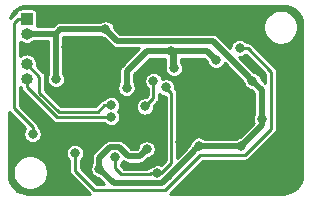
<source format=gbr>
G04 #@! TF.GenerationSoftware,KiCad,Pcbnew,(5.1.4)-1*
G04 #@! TF.CreationDate,2020-11-12T16:18:46-05:00*
G04 #@! TF.ProjectId,UniAmp,556e6941-6d70-42e6-9b69-6361645f7063,rev?*
G04 #@! TF.SameCoordinates,Original*
G04 #@! TF.FileFunction,Copper,L2,Bot*
G04 #@! TF.FilePolarity,Positive*
%FSLAX46Y46*%
G04 Gerber Fmt 4.6, Leading zero omitted, Abs format (unit mm)*
G04 Created by KiCad (PCBNEW (5.1.4)-1) date 2020-11-12 16:18:46*
%MOMM*%
%LPD*%
G04 APERTURE LIST*
%ADD10R,1.000000X1.000000*%
%ADD11O,1.000000X1.000000*%
%ADD12C,0.800000*%
%ADD13C,0.250000*%
%ADD14C,0.500000*%
%ADD15C,0.254000*%
G04 APERTURE END LIST*
D10*
X111430000Y-70320000D03*
D11*
X111430000Y-71590000D03*
X111430000Y-72860000D03*
X111430000Y-74130000D03*
X111430000Y-75400000D03*
D12*
X127691693Y-71273180D03*
X130070000Y-73810000D03*
X132840000Y-80350000D03*
X120440000Y-81100000D03*
X122970000Y-81935000D03*
X116510000Y-83090000D03*
X118270000Y-76400000D03*
X124000000Y-71100000D03*
X119804837Y-82774473D03*
X118960000Y-73730000D03*
X113660000Y-69820000D03*
X127050000Y-77550000D03*
X114790000Y-72680000D03*
X130760000Y-72180000D03*
X126440000Y-84160000D03*
X133240000Y-84610000D03*
X124420001Y-80740000D03*
X129590000Y-81080000D03*
X131345433Y-78796285D03*
X130550000Y-75575000D03*
X126010000Y-81060000D03*
X121590000Y-81370000D03*
X117590000Y-83010000D03*
X113910000Y-75410000D03*
X118100000Y-71210000D03*
X127472631Y-73792631D03*
X123900000Y-74505000D03*
X123650000Y-73055000D03*
X119890000Y-76150000D03*
X111940000Y-80070000D03*
X118590166Y-77638678D03*
X118600000Y-78640000D03*
X118890000Y-82030000D03*
X123240000Y-76130000D03*
X122505892Y-83394736D03*
X115510000Y-81670000D03*
X129465000Y-72800000D03*
X122170000Y-75580000D03*
X121436783Y-77733217D03*
D13*
X122130527Y-82774473D02*
X122970000Y-81935000D01*
X119804837Y-82774473D02*
X122130527Y-82774473D01*
X122970000Y-81369315D02*
X121490685Y-79890000D01*
X122970000Y-81935000D02*
X122970000Y-81369315D01*
X116510000Y-81470000D02*
X116510000Y-83090000D01*
X118090000Y-79890000D02*
X116510000Y-81470000D01*
X118835685Y-76400000D02*
X119460000Y-77024315D01*
X118270000Y-76400000D02*
X118835685Y-76400000D01*
X119460000Y-79780000D02*
X119350000Y-79890000D01*
X121490685Y-79890000D02*
X119350000Y-79890000D01*
X119350000Y-79890000D02*
X118090000Y-79890000D01*
X118270000Y-74420000D02*
X118960000Y-73730000D01*
X118270000Y-76400000D02*
X118270000Y-74420000D01*
X127518513Y-71100000D02*
X127691693Y-71273180D01*
X124000000Y-71100000D02*
X127518513Y-71100000D01*
X127691693Y-71273180D02*
X129853180Y-71273180D01*
X129853180Y-71273180D02*
X130760000Y-72180000D01*
X132840000Y-74260000D02*
X132840000Y-80350000D01*
X130760000Y-72180000D02*
X132840000Y-74260000D01*
X132840000Y-80350000D02*
X132840000Y-80915685D01*
X132840000Y-80915685D02*
X132565009Y-81190676D01*
X132565009Y-83935009D02*
X132565009Y-81835009D01*
X133240000Y-84610000D02*
X132565009Y-83935009D01*
X132565009Y-81190676D02*
X132565009Y-81835009D01*
X132790000Y-84160000D02*
X133240000Y-84610000D01*
X126440000Y-84160000D02*
X132790000Y-84160000D01*
X122720000Y-69820000D02*
X113660000Y-69820000D01*
X124000000Y-71100000D02*
X122720000Y-69820000D01*
X115840000Y-73730000D02*
X118960000Y-73730000D01*
X114790000Y-72680000D02*
X115840000Y-73730000D01*
X119460000Y-80140000D02*
X119460000Y-79780000D01*
X120440000Y-81120000D02*
X119460000Y-80140000D01*
X120088687Y-77024315D02*
X119460000Y-77024315D01*
X127050000Y-77550000D02*
X125733002Y-77550000D01*
X125733002Y-77550000D02*
X123038001Y-74854999D01*
X123038001Y-74854999D02*
X121821999Y-74854999D01*
X121821999Y-74854999D02*
X121150000Y-75526998D01*
X121150000Y-75526998D02*
X121150000Y-75963002D01*
X121150000Y-75963002D02*
X120088687Y-77024315D01*
X117590000Y-83010000D02*
X117590000Y-82256998D01*
X113910000Y-74844315D02*
X113910000Y-71590000D01*
X113910000Y-75410000D02*
X113910000Y-74844315D01*
D14*
X130150001Y-75175001D02*
X130550000Y-75575000D01*
X127179999Y-72204999D02*
X130150001Y-75175001D01*
X126030000Y-81080000D02*
X126010000Y-81060000D01*
X129590000Y-81080000D02*
X126030000Y-81080000D01*
X113910000Y-71630000D02*
X113950000Y-71590000D01*
X113910000Y-75410000D02*
X113910000Y-71630000D01*
D13*
X113910000Y-71590000D02*
X113950000Y-71590000D01*
D14*
X121009999Y-81950001D02*
X121590000Y-81370000D01*
X120031999Y-81950001D02*
X121009999Y-81950001D01*
X119261997Y-81179999D02*
X120031999Y-81950001D01*
X118481999Y-81179999D02*
X119261997Y-81179999D01*
X117590000Y-82071998D02*
X118481999Y-81179999D01*
X117590000Y-83010000D02*
X117590000Y-82071998D01*
X131345433Y-79324567D02*
X129590000Y-81080000D01*
X131345433Y-78796285D02*
X131345433Y-79324567D01*
X131345433Y-76370433D02*
X130550000Y-75575000D01*
X131345433Y-78796285D02*
X131345433Y-76370433D01*
X119094999Y-72204999D02*
X118100000Y-71210000D01*
X121245001Y-72204999D02*
X119094999Y-72204999D01*
X121245001Y-72204999D02*
X127179999Y-72204999D01*
X111430000Y-71590000D02*
X113910000Y-71590000D01*
X114290000Y-71210000D02*
X118100000Y-71210000D01*
X113910000Y-71590000D02*
X114290000Y-71210000D01*
X122913893Y-84244737D02*
X123549315Y-83609315D01*
X118824737Y-84244737D02*
X117590000Y-83010000D01*
X122913893Y-84244737D02*
X118824737Y-84244737D01*
X125610001Y-81548629D02*
X122913893Y-84244737D01*
X125610001Y-81459999D02*
X125610001Y-81548629D01*
X126010000Y-81060000D02*
X125610001Y-81459999D01*
D13*
X123650000Y-74255000D02*
X123900000Y-74505000D01*
X123650000Y-73055000D02*
X123650000Y-73700000D01*
X123650000Y-73700000D02*
X123650000Y-74255000D01*
D14*
X119890000Y-76150000D02*
X119890000Y-74760000D01*
X121595000Y-73055000D02*
X123650000Y-73055000D01*
X119890000Y-74760000D02*
X121595000Y-73055000D01*
X123900000Y-73305000D02*
X123650000Y-73055000D01*
X123900000Y-74505000D02*
X123900000Y-73305000D01*
X126735000Y-73055000D02*
X127472631Y-73792631D01*
X123650000Y-73055000D02*
X126735000Y-73055000D01*
D13*
X111940000Y-80070000D02*
X111940000Y-79504315D01*
X110680000Y-70320000D02*
X110340000Y-70660000D01*
X111430000Y-70320000D02*
X110680000Y-70320000D01*
X110340000Y-77904314D02*
X110592843Y-78157157D01*
X110340000Y-70660000D02*
X110340000Y-77904314D01*
X111940000Y-79504315D02*
X110592843Y-78157157D01*
X118024481Y-77638678D02*
X117453169Y-78209990D01*
X118590166Y-77638678D02*
X118024481Y-77638678D01*
X117453169Y-78209990D02*
X114169294Y-78209990D01*
X114169294Y-78209990D02*
X112520000Y-76560696D01*
X112520000Y-75220000D02*
X111430000Y-74130000D01*
X112520000Y-76560696D02*
X112520000Y-75220000D01*
X111430000Y-76107106D02*
X113982894Y-78660000D01*
X111430000Y-75400000D02*
X111430000Y-76107106D01*
X113982894Y-78660000D02*
X118580000Y-78660000D01*
X118580000Y-78660000D02*
X118600000Y-78640000D01*
X118890000Y-82030000D02*
X118890000Y-82932638D01*
X123227347Y-76152653D02*
X123397347Y-76322653D01*
X123397347Y-76322653D02*
X123695001Y-76620307D01*
X121940207Y-83394736D02*
X122505892Y-83394736D01*
X121835469Y-83499474D02*
X121940207Y-83394736D01*
X119456836Y-83499474D02*
X121835469Y-83499474D01*
X118890000Y-82932638D02*
X119456836Y-83499474D01*
X122505892Y-83394736D02*
X122805264Y-83394736D01*
X123695001Y-82504999D02*
X123695001Y-81585001D01*
X122805264Y-83394736D02*
X123695001Y-82504999D01*
X123695001Y-76620307D02*
X123695001Y-81585001D01*
X130133002Y-72800000D02*
X132114999Y-74781997D01*
X129465000Y-72800000D02*
X130133002Y-72800000D01*
X132114999Y-74781997D02*
X132114999Y-79625001D01*
X132114999Y-79625001D02*
X129900000Y-81840000D01*
X129900000Y-81840000D02*
X126432094Y-81840000D01*
X126131816Y-81840000D02*
X123152069Y-84819747D01*
X126432094Y-81840000D02*
X126131816Y-81840000D01*
X115510000Y-83163002D02*
X115510000Y-83060000D01*
X117166745Y-84819747D02*
X115510000Y-83163002D01*
X123152069Y-84819747D02*
X117166745Y-84819747D01*
X115510000Y-83060000D02*
X115510000Y-81670000D01*
X122170000Y-75580000D02*
X122170000Y-77000000D01*
X122170000Y-77000000D02*
X121436783Y-77733217D01*
D15*
G36*
X117731952Y-71898569D02*
G01*
X117873357Y-71957141D01*
X117982049Y-71978761D01*
X118629865Y-72626577D01*
X118649498Y-72650500D01*
X118744971Y-72728852D01*
X118853896Y-72787074D01*
X118972086Y-72822926D01*
X119094998Y-72835032D01*
X119125792Y-72831999D01*
X120931289Y-72831999D01*
X119468422Y-74294866D01*
X119444500Y-74314499D01*
X119366148Y-74409972D01*
X119335539Y-74467237D01*
X119307926Y-74518897D01*
X119272073Y-74637088D01*
X119259967Y-74760000D01*
X119263001Y-74790804D01*
X119263000Y-75689807D01*
X119201431Y-75781952D01*
X119142859Y-75923357D01*
X119113000Y-76073472D01*
X119113000Y-76226528D01*
X119142859Y-76376643D01*
X119201431Y-76518048D01*
X119286464Y-76645309D01*
X119394691Y-76753536D01*
X119521952Y-76838569D01*
X119663357Y-76897141D01*
X119813472Y-76927000D01*
X119966528Y-76927000D01*
X120116643Y-76897141D01*
X120258048Y-76838569D01*
X120385309Y-76753536D01*
X120493536Y-76645309D01*
X120578569Y-76518048D01*
X120637141Y-76376643D01*
X120667000Y-76226528D01*
X120667000Y-76073472D01*
X120637141Y-75923357D01*
X120578569Y-75781952D01*
X120517000Y-75689807D01*
X120517000Y-75019711D01*
X121854712Y-73682000D01*
X123148000Y-73682000D01*
X123148001Y-74230348D01*
X123145573Y-74255000D01*
X123149524Y-74295121D01*
X123123000Y-74428472D01*
X123123000Y-74581528D01*
X123152859Y-74731643D01*
X123211431Y-74873048D01*
X123296464Y-75000309D01*
X123404691Y-75108536D01*
X123531952Y-75193569D01*
X123673357Y-75252141D01*
X123823472Y-75282000D01*
X123976528Y-75282000D01*
X124126643Y-75252141D01*
X124268048Y-75193569D01*
X124395309Y-75108536D01*
X124503536Y-75000309D01*
X124588569Y-74873048D01*
X124647141Y-74731643D01*
X124677000Y-74581528D01*
X124677000Y-74428472D01*
X124647141Y-74278357D01*
X124588569Y-74136952D01*
X124527000Y-74044807D01*
X124527000Y-73682000D01*
X126475289Y-73682000D01*
X126703870Y-73910582D01*
X126725490Y-74019274D01*
X126784062Y-74160679D01*
X126869095Y-74287940D01*
X126977322Y-74396167D01*
X127104583Y-74481200D01*
X127245988Y-74539772D01*
X127396103Y-74569631D01*
X127549159Y-74569631D01*
X127699274Y-74539772D01*
X127840679Y-74481200D01*
X127967940Y-74396167D01*
X128076167Y-74287940D01*
X128161200Y-74160679D01*
X128186907Y-74098618D01*
X129728419Y-75640131D01*
X129728425Y-75640136D01*
X129781239Y-75692950D01*
X129802859Y-75801643D01*
X129861431Y-75943048D01*
X129946464Y-76070309D01*
X130054691Y-76178536D01*
X130181952Y-76263569D01*
X130323357Y-76322141D01*
X130432049Y-76343761D01*
X130718434Y-76630146D01*
X130718433Y-78336092D01*
X130656864Y-78428237D01*
X130598292Y-78569642D01*
X130568433Y-78719757D01*
X130568433Y-78872813D01*
X130598292Y-79022928D01*
X130645761Y-79137527D01*
X129472050Y-80311239D01*
X129363357Y-80332859D01*
X129221952Y-80391431D01*
X129129807Y-80453000D01*
X126500125Y-80453000D01*
X126378048Y-80371431D01*
X126236643Y-80312859D01*
X126086528Y-80283000D01*
X125933472Y-80283000D01*
X125783357Y-80312859D01*
X125641952Y-80371431D01*
X125514691Y-80456464D01*
X125406464Y-80564691D01*
X125321431Y-80691952D01*
X125262859Y-80833357D01*
X125241239Y-80942050D01*
X125188428Y-80994861D01*
X125164500Y-81014498D01*
X125086148Y-81109972D01*
X125027926Y-81218897D01*
X125016999Y-81254919D01*
X124197001Y-82074917D01*
X124197001Y-76644949D01*
X124199428Y-76620306D01*
X124197001Y-76595663D01*
X124197001Y-76595654D01*
X124189737Y-76521898D01*
X124161032Y-76427271D01*
X124114418Y-76340062D01*
X124051685Y-76263623D01*
X124032533Y-76247905D01*
X124012712Y-76228084D01*
X124017000Y-76206528D01*
X124017000Y-76053472D01*
X123987141Y-75903357D01*
X123928569Y-75761952D01*
X123843536Y-75634691D01*
X123735309Y-75526464D01*
X123608048Y-75441431D01*
X123466643Y-75382859D01*
X123316528Y-75353000D01*
X123163472Y-75353000D01*
X123013357Y-75382859D01*
X122929886Y-75417434D01*
X122917141Y-75353357D01*
X122858569Y-75211952D01*
X122773536Y-75084691D01*
X122665309Y-74976464D01*
X122538048Y-74891431D01*
X122396643Y-74832859D01*
X122246528Y-74803000D01*
X122093472Y-74803000D01*
X121943357Y-74832859D01*
X121801952Y-74891431D01*
X121674691Y-74976464D01*
X121566464Y-75084691D01*
X121481431Y-75211952D01*
X121422859Y-75353357D01*
X121393000Y-75503472D01*
X121393000Y-75656528D01*
X121422859Y-75806643D01*
X121481431Y-75948048D01*
X121566464Y-76075309D01*
X121668000Y-76176845D01*
X121668001Y-76792064D01*
X121503848Y-76956217D01*
X121360255Y-76956217D01*
X121210140Y-76986076D01*
X121068735Y-77044648D01*
X120941474Y-77129681D01*
X120833247Y-77237908D01*
X120748214Y-77365169D01*
X120689642Y-77506574D01*
X120659783Y-77656689D01*
X120659783Y-77809745D01*
X120689642Y-77959860D01*
X120748214Y-78101265D01*
X120833247Y-78228526D01*
X120941474Y-78336753D01*
X121068735Y-78421786D01*
X121210140Y-78480358D01*
X121360255Y-78510217D01*
X121513311Y-78510217D01*
X121663426Y-78480358D01*
X121804831Y-78421786D01*
X121932092Y-78336753D01*
X122040319Y-78228526D01*
X122125352Y-78101265D01*
X122183924Y-77959860D01*
X122213783Y-77809745D01*
X122213783Y-77666152D01*
X122507538Y-77372397D01*
X122526684Y-77356684D01*
X122589417Y-77280245D01*
X122636031Y-77193036D01*
X122664736Y-77098409D01*
X122672000Y-77024653D01*
X122672000Y-77024644D01*
X122674427Y-77000001D01*
X122672000Y-76975358D01*
X122672000Y-76660845D01*
X122744691Y-76733536D01*
X122871952Y-76818569D01*
X123013357Y-76877141D01*
X123163472Y-76907000D01*
X123193001Y-76907000D01*
X123193002Y-81560348D01*
X123193001Y-82297064D01*
X122810271Y-82679794D01*
X122732535Y-82647595D01*
X122582420Y-82617736D01*
X122429364Y-82617736D01*
X122279249Y-82647595D01*
X122137844Y-82706167D01*
X122010583Y-82791200D01*
X121908336Y-82893447D01*
X121841798Y-82900000D01*
X121747171Y-82928705D01*
X121659962Y-82975319D01*
X121632967Y-82997474D01*
X119664771Y-82997474D01*
X119392000Y-82724704D01*
X119392000Y-82626845D01*
X119493536Y-82525309D01*
X119578569Y-82398048D01*
X119581929Y-82389935D01*
X119586498Y-82395502D01*
X119681971Y-82473854D01*
X119790896Y-82532076D01*
X119909086Y-82567928D01*
X120001205Y-82577001D01*
X120001206Y-82577001D01*
X120031998Y-82580034D01*
X120062790Y-82577001D01*
X120979205Y-82577001D01*
X121009999Y-82580034D01*
X121040793Y-82577001D01*
X121132912Y-82567928D01*
X121251102Y-82532076D01*
X121360027Y-82473854D01*
X121455500Y-82395502D01*
X121475137Y-82371574D01*
X121707951Y-82138761D01*
X121816643Y-82117141D01*
X121958048Y-82058569D01*
X122085309Y-81973536D01*
X122193536Y-81865309D01*
X122278569Y-81738048D01*
X122337141Y-81596643D01*
X122367000Y-81446528D01*
X122367000Y-81293472D01*
X122337141Y-81143357D01*
X122278569Y-81001952D01*
X122193536Y-80874691D01*
X122085309Y-80766464D01*
X121958048Y-80681431D01*
X121816643Y-80622859D01*
X121666528Y-80593000D01*
X121513472Y-80593000D01*
X121363357Y-80622859D01*
X121221952Y-80681431D01*
X121094691Y-80766464D01*
X120986464Y-80874691D01*
X120901431Y-81001952D01*
X120842859Y-81143357D01*
X120821239Y-81252049D01*
X120750288Y-81323001D01*
X120291711Y-81323001D01*
X119727135Y-80758426D01*
X119707498Y-80734498D01*
X119612025Y-80656146D01*
X119503100Y-80597924D01*
X119384910Y-80562072D01*
X119292791Y-80552999D01*
X119261997Y-80549966D01*
X119231203Y-80552999D01*
X118512792Y-80552999D01*
X118481998Y-80549966D01*
X118359086Y-80562072D01*
X118240896Y-80597924D01*
X118131971Y-80656146D01*
X118036498Y-80734498D01*
X118016865Y-80758421D01*
X117168422Y-81606865D01*
X117144500Y-81626497D01*
X117066148Y-81721970D01*
X117020699Y-81806999D01*
X117007926Y-81830895D01*
X116972073Y-81949086D01*
X116959967Y-82071998D01*
X116963001Y-82102802D01*
X116963000Y-82549807D01*
X116901431Y-82641952D01*
X116842859Y-82783357D01*
X116813000Y-82933472D01*
X116813000Y-83086528D01*
X116842859Y-83236643D01*
X116901431Y-83378048D01*
X116986464Y-83505309D01*
X117094691Y-83613536D01*
X117221952Y-83698569D01*
X117363357Y-83757141D01*
X117472049Y-83778761D01*
X118011035Y-84317747D01*
X117374680Y-84317747D01*
X116012000Y-82955068D01*
X116012000Y-82266845D01*
X116113536Y-82165309D01*
X116198569Y-82038048D01*
X116257141Y-81896643D01*
X116287000Y-81746528D01*
X116287000Y-81593472D01*
X116257141Y-81443357D01*
X116198569Y-81301952D01*
X116113536Y-81174691D01*
X116005309Y-81066464D01*
X115878048Y-80981431D01*
X115736643Y-80922859D01*
X115586528Y-80893000D01*
X115433472Y-80893000D01*
X115283357Y-80922859D01*
X115141952Y-80981431D01*
X115014691Y-81066464D01*
X114906464Y-81174691D01*
X114821431Y-81301952D01*
X114762859Y-81443357D01*
X114733000Y-81593472D01*
X114733000Y-81746528D01*
X114762859Y-81896643D01*
X114821431Y-82038048D01*
X114906464Y-82165309D01*
X115008001Y-82266846D01*
X115008000Y-83035347D01*
X115008000Y-83138359D01*
X115005573Y-83163002D01*
X115008000Y-83187645D01*
X115008000Y-83187654D01*
X115015264Y-83261410D01*
X115043969Y-83356037D01*
X115090583Y-83443247D01*
X115153316Y-83519686D01*
X115172467Y-83535403D01*
X116765063Y-85128000D01*
X111549658Y-85128000D01*
X111219991Y-85095676D01*
X110921783Y-85005641D01*
X110646748Y-84859402D01*
X110405352Y-84662524D01*
X110206797Y-84422513D01*
X110058640Y-84148502D01*
X109966528Y-83850935D01*
X109932000Y-83522426D01*
X109932000Y-83184528D01*
X110253000Y-83184528D01*
X110253000Y-83475472D01*
X110309760Y-83760825D01*
X110421099Y-84029622D01*
X110582739Y-84271533D01*
X110788467Y-84477261D01*
X111030378Y-84638901D01*
X111299175Y-84750240D01*
X111584528Y-84807000D01*
X111875472Y-84807000D01*
X112160825Y-84750240D01*
X112429622Y-84638901D01*
X112671533Y-84477261D01*
X112877261Y-84271533D01*
X113038901Y-84029622D01*
X113150240Y-83760825D01*
X113207000Y-83475472D01*
X113207000Y-83184528D01*
X113150240Y-82899175D01*
X113038901Y-82630378D01*
X112877261Y-82388467D01*
X112671533Y-82182739D01*
X112429622Y-82021099D01*
X112160825Y-81909760D01*
X111875472Y-81853000D01*
X111584528Y-81853000D01*
X111299175Y-81909760D01*
X111030378Y-82021099D01*
X110788467Y-82182739D01*
X110582739Y-82388467D01*
X110421099Y-82630378D01*
X110309760Y-82899175D01*
X110253000Y-83184528D01*
X109932000Y-83184528D01*
X109932000Y-78198469D01*
X109967601Y-78241849D01*
X109967604Y-78241852D01*
X109983317Y-78260998D01*
X110002463Y-78276711D01*
X110220438Y-78494686D01*
X110220443Y-78494692D01*
X111322035Y-79596285D01*
X111251431Y-79701952D01*
X111192859Y-79843357D01*
X111163000Y-79993472D01*
X111163000Y-80146528D01*
X111192859Y-80296643D01*
X111251431Y-80438048D01*
X111336464Y-80565309D01*
X111444691Y-80673536D01*
X111571952Y-80758569D01*
X111713357Y-80817141D01*
X111863472Y-80847000D01*
X112016528Y-80847000D01*
X112166643Y-80817141D01*
X112308048Y-80758569D01*
X112435309Y-80673536D01*
X112543536Y-80565309D01*
X112628569Y-80438048D01*
X112687141Y-80296643D01*
X112717000Y-80146528D01*
X112717000Y-79993472D01*
X112687141Y-79843357D01*
X112628569Y-79701952D01*
X112543536Y-79574691D01*
X112441289Y-79472444D01*
X112434736Y-79405906D01*
X112406031Y-79311279D01*
X112359417Y-79224070D01*
X112296684Y-79147631D01*
X112277538Y-79131918D01*
X110842000Y-77696380D01*
X110842000Y-76051966D01*
X110927014Y-76121735D01*
X110935265Y-76205515D01*
X110963970Y-76300142D01*
X111010584Y-76387351D01*
X111057601Y-76444641D01*
X111057604Y-76444644D01*
X111073317Y-76463790D01*
X111092463Y-76479503D01*
X113610497Y-78997538D01*
X113626210Y-79016684D01*
X113702649Y-79079417D01*
X113789858Y-79126031D01*
X113884485Y-79154736D01*
X113958241Y-79162000D01*
X113958250Y-79162000D01*
X113982893Y-79164427D01*
X114007536Y-79162000D01*
X118023155Y-79162000D01*
X118104691Y-79243536D01*
X118231952Y-79328569D01*
X118373357Y-79387141D01*
X118523472Y-79417000D01*
X118676528Y-79417000D01*
X118826643Y-79387141D01*
X118968048Y-79328569D01*
X119095309Y-79243536D01*
X119203536Y-79135309D01*
X119288569Y-79008048D01*
X119347141Y-78866643D01*
X119377000Y-78716528D01*
X119377000Y-78563472D01*
X119347141Y-78413357D01*
X119288569Y-78271952D01*
X119203536Y-78144691D01*
X119193267Y-78134422D01*
X119193702Y-78133987D01*
X119278735Y-78006726D01*
X119337307Y-77865321D01*
X119367166Y-77715206D01*
X119367166Y-77562150D01*
X119337307Y-77412035D01*
X119278735Y-77270630D01*
X119193702Y-77143369D01*
X119085475Y-77035142D01*
X118958214Y-76950109D01*
X118816809Y-76891537D01*
X118666694Y-76861678D01*
X118513638Y-76861678D01*
X118363523Y-76891537D01*
X118222118Y-76950109D01*
X118094857Y-77035142D01*
X117992610Y-77137389D01*
X117926072Y-77143942D01*
X117831445Y-77172647D01*
X117744236Y-77219261D01*
X117667797Y-77281994D01*
X117652084Y-77301140D01*
X117245235Y-77707990D01*
X114377229Y-77707990D01*
X113022000Y-76352762D01*
X113022000Y-75244643D01*
X113024427Y-75220000D01*
X113022000Y-75195357D01*
X113022000Y-75195347D01*
X113014736Y-75121591D01*
X112986031Y-75026964D01*
X112959038Y-74976464D01*
X112939417Y-74939754D01*
X112892400Y-74882464D01*
X112892392Y-74882456D01*
X112876684Y-74863316D01*
X112857543Y-74847607D01*
X112295883Y-74285948D01*
X112311243Y-74130000D01*
X112294310Y-73958078D01*
X112244162Y-73792763D01*
X112162727Y-73640408D01*
X112053133Y-73506867D01*
X111919592Y-73397273D01*
X111767237Y-73315838D01*
X111601922Y-73265690D01*
X111473079Y-73253000D01*
X111386921Y-73253000D01*
X111258078Y-73265690D01*
X111092763Y-73315838D01*
X110940408Y-73397273D01*
X110842000Y-73478034D01*
X110842000Y-72241966D01*
X110940408Y-72322727D01*
X111092763Y-72404162D01*
X111258078Y-72454310D01*
X111386921Y-72467000D01*
X111473079Y-72467000D01*
X111601922Y-72454310D01*
X111767237Y-72404162D01*
X111919592Y-72322727D01*
X112048421Y-72217000D01*
X113283001Y-72217000D01*
X113283000Y-74949807D01*
X113221431Y-75041952D01*
X113162859Y-75183357D01*
X113133000Y-75333472D01*
X113133000Y-75486528D01*
X113162859Y-75636643D01*
X113221431Y-75778048D01*
X113306464Y-75905309D01*
X113414691Y-76013536D01*
X113541952Y-76098569D01*
X113683357Y-76157141D01*
X113833472Y-76187000D01*
X113986528Y-76187000D01*
X114136643Y-76157141D01*
X114278048Y-76098569D01*
X114405309Y-76013536D01*
X114513536Y-75905309D01*
X114598569Y-75778048D01*
X114657141Y-75636643D01*
X114687000Y-75486528D01*
X114687000Y-75333472D01*
X114657141Y-75183357D01*
X114598569Y-75041952D01*
X114537000Y-74949807D01*
X114537000Y-71849711D01*
X114549711Y-71837000D01*
X117639807Y-71837000D01*
X117731952Y-71898569D01*
X117731952Y-71898569D01*
G37*
X117731952Y-71898569D02*
X117873357Y-71957141D01*
X117982049Y-71978761D01*
X118629865Y-72626577D01*
X118649498Y-72650500D01*
X118744971Y-72728852D01*
X118853896Y-72787074D01*
X118972086Y-72822926D01*
X119094998Y-72835032D01*
X119125792Y-72831999D01*
X120931289Y-72831999D01*
X119468422Y-74294866D01*
X119444500Y-74314499D01*
X119366148Y-74409972D01*
X119335539Y-74467237D01*
X119307926Y-74518897D01*
X119272073Y-74637088D01*
X119259967Y-74760000D01*
X119263001Y-74790804D01*
X119263000Y-75689807D01*
X119201431Y-75781952D01*
X119142859Y-75923357D01*
X119113000Y-76073472D01*
X119113000Y-76226528D01*
X119142859Y-76376643D01*
X119201431Y-76518048D01*
X119286464Y-76645309D01*
X119394691Y-76753536D01*
X119521952Y-76838569D01*
X119663357Y-76897141D01*
X119813472Y-76927000D01*
X119966528Y-76927000D01*
X120116643Y-76897141D01*
X120258048Y-76838569D01*
X120385309Y-76753536D01*
X120493536Y-76645309D01*
X120578569Y-76518048D01*
X120637141Y-76376643D01*
X120667000Y-76226528D01*
X120667000Y-76073472D01*
X120637141Y-75923357D01*
X120578569Y-75781952D01*
X120517000Y-75689807D01*
X120517000Y-75019711D01*
X121854712Y-73682000D01*
X123148000Y-73682000D01*
X123148001Y-74230348D01*
X123145573Y-74255000D01*
X123149524Y-74295121D01*
X123123000Y-74428472D01*
X123123000Y-74581528D01*
X123152859Y-74731643D01*
X123211431Y-74873048D01*
X123296464Y-75000309D01*
X123404691Y-75108536D01*
X123531952Y-75193569D01*
X123673357Y-75252141D01*
X123823472Y-75282000D01*
X123976528Y-75282000D01*
X124126643Y-75252141D01*
X124268048Y-75193569D01*
X124395309Y-75108536D01*
X124503536Y-75000309D01*
X124588569Y-74873048D01*
X124647141Y-74731643D01*
X124677000Y-74581528D01*
X124677000Y-74428472D01*
X124647141Y-74278357D01*
X124588569Y-74136952D01*
X124527000Y-74044807D01*
X124527000Y-73682000D01*
X126475289Y-73682000D01*
X126703870Y-73910582D01*
X126725490Y-74019274D01*
X126784062Y-74160679D01*
X126869095Y-74287940D01*
X126977322Y-74396167D01*
X127104583Y-74481200D01*
X127245988Y-74539772D01*
X127396103Y-74569631D01*
X127549159Y-74569631D01*
X127699274Y-74539772D01*
X127840679Y-74481200D01*
X127967940Y-74396167D01*
X128076167Y-74287940D01*
X128161200Y-74160679D01*
X128186907Y-74098618D01*
X129728419Y-75640131D01*
X129728425Y-75640136D01*
X129781239Y-75692950D01*
X129802859Y-75801643D01*
X129861431Y-75943048D01*
X129946464Y-76070309D01*
X130054691Y-76178536D01*
X130181952Y-76263569D01*
X130323357Y-76322141D01*
X130432049Y-76343761D01*
X130718434Y-76630146D01*
X130718433Y-78336092D01*
X130656864Y-78428237D01*
X130598292Y-78569642D01*
X130568433Y-78719757D01*
X130568433Y-78872813D01*
X130598292Y-79022928D01*
X130645761Y-79137527D01*
X129472050Y-80311239D01*
X129363357Y-80332859D01*
X129221952Y-80391431D01*
X129129807Y-80453000D01*
X126500125Y-80453000D01*
X126378048Y-80371431D01*
X126236643Y-80312859D01*
X126086528Y-80283000D01*
X125933472Y-80283000D01*
X125783357Y-80312859D01*
X125641952Y-80371431D01*
X125514691Y-80456464D01*
X125406464Y-80564691D01*
X125321431Y-80691952D01*
X125262859Y-80833357D01*
X125241239Y-80942050D01*
X125188428Y-80994861D01*
X125164500Y-81014498D01*
X125086148Y-81109972D01*
X125027926Y-81218897D01*
X125016999Y-81254919D01*
X124197001Y-82074917D01*
X124197001Y-76644949D01*
X124199428Y-76620306D01*
X124197001Y-76595663D01*
X124197001Y-76595654D01*
X124189737Y-76521898D01*
X124161032Y-76427271D01*
X124114418Y-76340062D01*
X124051685Y-76263623D01*
X124032533Y-76247905D01*
X124012712Y-76228084D01*
X124017000Y-76206528D01*
X124017000Y-76053472D01*
X123987141Y-75903357D01*
X123928569Y-75761952D01*
X123843536Y-75634691D01*
X123735309Y-75526464D01*
X123608048Y-75441431D01*
X123466643Y-75382859D01*
X123316528Y-75353000D01*
X123163472Y-75353000D01*
X123013357Y-75382859D01*
X122929886Y-75417434D01*
X122917141Y-75353357D01*
X122858569Y-75211952D01*
X122773536Y-75084691D01*
X122665309Y-74976464D01*
X122538048Y-74891431D01*
X122396643Y-74832859D01*
X122246528Y-74803000D01*
X122093472Y-74803000D01*
X121943357Y-74832859D01*
X121801952Y-74891431D01*
X121674691Y-74976464D01*
X121566464Y-75084691D01*
X121481431Y-75211952D01*
X121422859Y-75353357D01*
X121393000Y-75503472D01*
X121393000Y-75656528D01*
X121422859Y-75806643D01*
X121481431Y-75948048D01*
X121566464Y-76075309D01*
X121668000Y-76176845D01*
X121668001Y-76792064D01*
X121503848Y-76956217D01*
X121360255Y-76956217D01*
X121210140Y-76986076D01*
X121068735Y-77044648D01*
X120941474Y-77129681D01*
X120833247Y-77237908D01*
X120748214Y-77365169D01*
X120689642Y-77506574D01*
X120659783Y-77656689D01*
X120659783Y-77809745D01*
X120689642Y-77959860D01*
X120748214Y-78101265D01*
X120833247Y-78228526D01*
X120941474Y-78336753D01*
X121068735Y-78421786D01*
X121210140Y-78480358D01*
X121360255Y-78510217D01*
X121513311Y-78510217D01*
X121663426Y-78480358D01*
X121804831Y-78421786D01*
X121932092Y-78336753D01*
X122040319Y-78228526D01*
X122125352Y-78101265D01*
X122183924Y-77959860D01*
X122213783Y-77809745D01*
X122213783Y-77666152D01*
X122507538Y-77372397D01*
X122526684Y-77356684D01*
X122589417Y-77280245D01*
X122636031Y-77193036D01*
X122664736Y-77098409D01*
X122672000Y-77024653D01*
X122672000Y-77024644D01*
X122674427Y-77000001D01*
X122672000Y-76975358D01*
X122672000Y-76660845D01*
X122744691Y-76733536D01*
X122871952Y-76818569D01*
X123013357Y-76877141D01*
X123163472Y-76907000D01*
X123193001Y-76907000D01*
X123193002Y-81560348D01*
X123193001Y-82297064D01*
X122810271Y-82679794D01*
X122732535Y-82647595D01*
X122582420Y-82617736D01*
X122429364Y-82617736D01*
X122279249Y-82647595D01*
X122137844Y-82706167D01*
X122010583Y-82791200D01*
X121908336Y-82893447D01*
X121841798Y-82900000D01*
X121747171Y-82928705D01*
X121659962Y-82975319D01*
X121632967Y-82997474D01*
X119664771Y-82997474D01*
X119392000Y-82724704D01*
X119392000Y-82626845D01*
X119493536Y-82525309D01*
X119578569Y-82398048D01*
X119581929Y-82389935D01*
X119586498Y-82395502D01*
X119681971Y-82473854D01*
X119790896Y-82532076D01*
X119909086Y-82567928D01*
X120001205Y-82577001D01*
X120001206Y-82577001D01*
X120031998Y-82580034D01*
X120062790Y-82577001D01*
X120979205Y-82577001D01*
X121009999Y-82580034D01*
X121040793Y-82577001D01*
X121132912Y-82567928D01*
X121251102Y-82532076D01*
X121360027Y-82473854D01*
X121455500Y-82395502D01*
X121475137Y-82371574D01*
X121707951Y-82138761D01*
X121816643Y-82117141D01*
X121958048Y-82058569D01*
X122085309Y-81973536D01*
X122193536Y-81865309D01*
X122278569Y-81738048D01*
X122337141Y-81596643D01*
X122367000Y-81446528D01*
X122367000Y-81293472D01*
X122337141Y-81143357D01*
X122278569Y-81001952D01*
X122193536Y-80874691D01*
X122085309Y-80766464D01*
X121958048Y-80681431D01*
X121816643Y-80622859D01*
X121666528Y-80593000D01*
X121513472Y-80593000D01*
X121363357Y-80622859D01*
X121221952Y-80681431D01*
X121094691Y-80766464D01*
X120986464Y-80874691D01*
X120901431Y-81001952D01*
X120842859Y-81143357D01*
X120821239Y-81252049D01*
X120750288Y-81323001D01*
X120291711Y-81323001D01*
X119727135Y-80758426D01*
X119707498Y-80734498D01*
X119612025Y-80656146D01*
X119503100Y-80597924D01*
X119384910Y-80562072D01*
X119292791Y-80552999D01*
X119261997Y-80549966D01*
X119231203Y-80552999D01*
X118512792Y-80552999D01*
X118481998Y-80549966D01*
X118359086Y-80562072D01*
X118240896Y-80597924D01*
X118131971Y-80656146D01*
X118036498Y-80734498D01*
X118016865Y-80758421D01*
X117168422Y-81606865D01*
X117144500Y-81626497D01*
X117066148Y-81721970D01*
X117020699Y-81806999D01*
X117007926Y-81830895D01*
X116972073Y-81949086D01*
X116959967Y-82071998D01*
X116963001Y-82102802D01*
X116963000Y-82549807D01*
X116901431Y-82641952D01*
X116842859Y-82783357D01*
X116813000Y-82933472D01*
X116813000Y-83086528D01*
X116842859Y-83236643D01*
X116901431Y-83378048D01*
X116986464Y-83505309D01*
X117094691Y-83613536D01*
X117221952Y-83698569D01*
X117363357Y-83757141D01*
X117472049Y-83778761D01*
X118011035Y-84317747D01*
X117374680Y-84317747D01*
X116012000Y-82955068D01*
X116012000Y-82266845D01*
X116113536Y-82165309D01*
X116198569Y-82038048D01*
X116257141Y-81896643D01*
X116287000Y-81746528D01*
X116287000Y-81593472D01*
X116257141Y-81443357D01*
X116198569Y-81301952D01*
X116113536Y-81174691D01*
X116005309Y-81066464D01*
X115878048Y-80981431D01*
X115736643Y-80922859D01*
X115586528Y-80893000D01*
X115433472Y-80893000D01*
X115283357Y-80922859D01*
X115141952Y-80981431D01*
X115014691Y-81066464D01*
X114906464Y-81174691D01*
X114821431Y-81301952D01*
X114762859Y-81443357D01*
X114733000Y-81593472D01*
X114733000Y-81746528D01*
X114762859Y-81896643D01*
X114821431Y-82038048D01*
X114906464Y-82165309D01*
X115008001Y-82266846D01*
X115008000Y-83035347D01*
X115008000Y-83138359D01*
X115005573Y-83163002D01*
X115008000Y-83187645D01*
X115008000Y-83187654D01*
X115015264Y-83261410D01*
X115043969Y-83356037D01*
X115090583Y-83443247D01*
X115153316Y-83519686D01*
X115172467Y-83535403D01*
X116765063Y-85128000D01*
X111549658Y-85128000D01*
X111219991Y-85095676D01*
X110921783Y-85005641D01*
X110646748Y-84859402D01*
X110405352Y-84662524D01*
X110206797Y-84422513D01*
X110058640Y-84148502D01*
X109966528Y-83850935D01*
X109932000Y-83522426D01*
X109932000Y-83184528D01*
X110253000Y-83184528D01*
X110253000Y-83475472D01*
X110309760Y-83760825D01*
X110421099Y-84029622D01*
X110582739Y-84271533D01*
X110788467Y-84477261D01*
X111030378Y-84638901D01*
X111299175Y-84750240D01*
X111584528Y-84807000D01*
X111875472Y-84807000D01*
X112160825Y-84750240D01*
X112429622Y-84638901D01*
X112671533Y-84477261D01*
X112877261Y-84271533D01*
X113038901Y-84029622D01*
X113150240Y-83760825D01*
X113207000Y-83475472D01*
X113207000Y-83184528D01*
X113150240Y-82899175D01*
X113038901Y-82630378D01*
X112877261Y-82388467D01*
X112671533Y-82182739D01*
X112429622Y-82021099D01*
X112160825Y-81909760D01*
X111875472Y-81853000D01*
X111584528Y-81853000D01*
X111299175Y-81909760D01*
X111030378Y-82021099D01*
X110788467Y-82182739D01*
X110582739Y-82388467D01*
X110421099Y-82630378D01*
X110309760Y-82899175D01*
X110253000Y-83184528D01*
X109932000Y-83184528D01*
X109932000Y-78198469D01*
X109967601Y-78241849D01*
X109967604Y-78241852D01*
X109983317Y-78260998D01*
X110002463Y-78276711D01*
X110220438Y-78494686D01*
X110220443Y-78494692D01*
X111322035Y-79596285D01*
X111251431Y-79701952D01*
X111192859Y-79843357D01*
X111163000Y-79993472D01*
X111163000Y-80146528D01*
X111192859Y-80296643D01*
X111251431Y-80438048D01*
X111336464Y-80565309D01*
X111444691Y-80673536D01*
X111571952Y-80758569D01*
X111713357Y-80817141D01*
X111863472Y-80847000D01*
X112016528Y-80847000D01*
X112166643Y-80817141D01*
X112308048Y-80758569D01*
X112435309Y-80673536D01*
X112543536Y-80565309D01*
X112628569Y-80438048D01*
X112687141Y-80296643D01*
X112717000Y-80146528D01*
X112717000Y-79993472D01*
X112687141Y-79843357D01*
X112628569Y-79701952D01*
X112543536Y-79574691D01*
X112441289Y-79472444D01*
X112434736Y-79405906D01*
X112406031Y-79311279D01*
X112359417Y-79224070D01*
X112296684Y-79147631D01*
X112277538Y-79131918D01*
X110842000Y-77696380D01*
X110842000Y-76051966D01*
X110927014Y-76121735D01*
X110935265Y-76205515D01*
X110963970Y-76300142D01*
X111010584Y-76387351D01*
X111057601Y-76444641D01*
X111057604Y-76444644D01*
X111073317Y-76463790D01*
X111092463Y-76479503D01*
X113610497Y-78997538D01*
X113626210Y-79016684D01*
X113702649Y-79079417D01*
X113789858Y-79126031D01*
X113884485Y-79154736D01*
X113958241Y-79162000D01*
X113958250Y-79162000D01*
X113982893Y-79164427D01*
X114007536Y-79162000D01*
X118023155Y-79162000D01*
X118104691Y-79243536D01*
X118231952Y-79328569D01*
X118373357Y-79387141D01*
X118523472Y-79417000D01*
X118676528Y-79417000D01*
X118826643Y-79387141D01*
X118968048Y-79328569D01*
X119095309Y-79243536D01*
X119203536Y-79135309D01*
X119288569Y-79008048D01*
X119347141Y-78866643D01*
X119377000Y-78716528D01*
X119377000Y-78563472D01*
X119347141Y-78413357D01*
X119288569Y-78271952D01*
X119203536Y-78144691D01*
X119193267Y-78134422D01*
X119193702Y-78133987D01*
X119278735Y-78006726D01*
X119337307Y-77865321D01*
X119367166Y-77715206D01*
X119367166Y-77562150D01*
X119337307Y-77412035D01*
X119278735Y-77270630D01*
X119193702Y-77143369D01*
X119085475Y-77035142D01*
X118958214Y-76950109D01*
X118816809Y-76891537D01*
X118666694Y-76861678D01*
X118513638Y-76861678D01*
X118363523Y-76891537D01*
X118222118Y-76950109D01*
X118094857Y-77035142D01*
X117992610Y-77137389D01*
X117926072Y-77143942D01*
X117831445Y-77172647D01*
X117744236Y-77219261D01*
X117667797Y-77281994D01*
X117652084Y-77301140D01*
X117245235Y-77707990D01*
X114377229Y-77707990D01*
X113022000Y-76352762D01*
X113022000Y-75244643D01*
X113024427Y-75220000D01*
X113022000Y-75195357D01*
X113022000Y-75195347D01*
X113014736Y-75121591D01*
X112986031Y-75026964D01*
X112959038Y-74976464D01*
X112939417Y-74939754D01*
X112892400Y-74882464D01*
X112892392Y-74882456D01*
X112876684Y-74863316D01*
X112857543Y-74847607D01*
X112295883Y-74285948D01*
X112311243Y-74130000D01*
X112294310Y-73958078D01*
X112244162Y-73792763D01*
X112162727Y-73640408D01*
X112053133Y-73506867D01*
X111919592Y-73397273D01*
X111767237Y-73315838D01*
X111601922Y-73265690D01*
X111473079Y-73253000D01*
X111386921Y-73253000D01*
X111258078Y-73265690D01*
X111092763Y-73315838D01*
X110940408Y-73397273D01*
X110842000Y-73478034D01*
X110842000Y-72241966D01*
X110940408Y-72322727D01*
X111092763Y-72404162D01*
X111258078Y-72454310D01*
X111386921Y-72467000D01*
X111473079Y-72467000D01*
X111601922Y-72454310D01*
X111767237Y-72404162D01*
X111919592Y-72322727D01*
X112048421Y-72217000D01*
X113283001Y-72217000D01*
X113283000Y-74949807D01*
X113221431Y-75041952D01*
X113162859Y-75183357D01*
X113133000Y-75333472D01*
X113133000Y-75486528D01*
X113162859Y-75636643D01*
X113221431Y-75778048D01*
X113306464Y-75905309D01*
X113414691Y-76013536D01*
X113541952Y-76098569D01*
X113683357Y-76157141D01*
X113833472Y-76187000D01*
X113986528Y-76187000D01*
X114136643Y-76157141D01*
X114278048Y-76098569D01*
X114405309Y-76013536D01*
X114513536Y-75905309D01*
X114598569Y-75778048D01*
X114657141Y-75636643D01*
X114687000Y-75486528D01*
X114687000Y-75333472D01*
X114657141Y-75183357D01*
X114598569Y-75041952D01*
X114537000Y-74949807D01*
X114537000Y-71849711D01*
X114549711Y-71837000D01*
X117639807Y-71837000D01*
X117731952Y-71898569D01*
G36*
X133460008Y-69254324D02*
G01*
X133758214Y-69344357D01*
X134033249Y-69490595D01*
X134274645Y-69687473D01*
X134473203Y-69927487D01*
X134621360Y-70201498D01*
X134713472Y-70499064D01*
X134748001Y-70827582D01*
X134748000Y-83510342D01*
X134715676Y-83840009D01*
X134625641Y-84138217D01*
X134479402Y-84413252D01*
X134282524Y-84654648D01*
X134042513Y-84853203D01*
X133768502Y-85001360D01*
X133470935Y-85093472D01*
X133142426Y-85128000D01*
X123553750Y-85128000D01*
X126339752Y-82342000D01*
X129875357Y-82342000D01*
X129900000Y-82344427D01*
X129924643Y-82342000D01*
X129924653Y-82342000D01*
X129998409Y-82334736D01*
X130093036Y-82306031D01*
X130180245Y-82259417D01*
X130256684Y-82196684D01*
X130272401Y-82177533D01*
X132452542Y-79997394D01*
X132471683Y-79981685D01*
X132487391Y-79962545D01*
X132487399Y-79962537D01*
X132534416Y-79905247D01*
X132581030Y-79818038D01*
X132609735Y-79723411D01*
X132612301Y-79697351D01*
X132616999Y-79649654D01*
X132616999Y-79649647D01*
X132619426Y-79625001D01*
X132616999Y-79600356D01*
X132616999Y-74806639D01*
X132619426Y-74781996D01*
X132616999Y-74757353D01*
X132616999Y-74757344D01*
X132609735Y-74683588D01*
X132581030Y-74588961D01*
X132534416Y-74501752D01*
X132471683Y-74425313D01*
X132452537Y-74409600D01*
X130505403Y-72462467D01*
X130489686Y-72443316D01*
X130413247Y-72380583D01*
X130326038Y-72333969D01*
X130231411Y-72305264D01*
X130157655Y-72298000D01*
X130157645Y-72298000D01*
X130133002Y-72295573D01*
X130108359Y-72298000D01*
X130061845Y-72298000D01*
X129960309Y-72196464D01*
X129833048Y-72111431D01*
X129691643Y-72052859D01*
X129541528Y-72023000D01*
X129388472Y-72023000D01*
X129238357Y-72052859D01*
X129096952Y-72111431D01*
X128969691Y-72196464D01*
X128861464Y-72304691D01*
X128776431Y-72431952D01*
X128717859Y-72573357D01*
X128688000Y-72723472D01*
X128688000Y-72826289D01*
X127645137Y-71783426D01*
X127625500Y-71759498D01*
X127530027Y-71681146D01*
X127421102Y-71622924D01*
X127302912Y-71587072D01*
X127210793Y-71577999D01*
X127179999Y-71574966D01*
X127149205Y-71577999D01*
X119354711Y-71577999D01*
X118868761Y-71092049D01*
X118847141Y-70983357D01*
X118802063Y-70874528D01*
X131463000Y-70874528D01*
X131463000Y-71165472D01*
X131519760Y-71450825D01*
X131631099Y-71719622D01*
X131792739Y-71961533D01*
X131998467Y-72167261D01*
X132240378Y-72328901D01*
X132509175Y-72440240D01*
X132794528Y-72497000D01*
X133085472Y-72497000D01*
X133370825Y-72440240D01*
X133639622Y-72328901D01*
X133881533Y-72167261D01*
X134087261Y-71961533D01*
X134248901Y-71719622D01*
X134360240Y-71450825D01*
X134417000Y-71165472D01*
X134417000Y-70874528D01*
X134360240Y-70589175D01*
X134248901Y-70320378D01*
X134087261Y-70078467D01*
X133881533Y-69872739D01*
X133639622Y-69711099D01*
X133370825Y-69599760D01*
X133085472Y-69543000D01*
X132794528Y-69543000D01*
X132509175Y-69599760D01*
X132240378Y-69711099D01*
X131998467Y-69872739D01*
X131792739Y-70078467D01*
X131631099Y-70320378D01*
X131519760Y-70589175D01*
X131463000Y-70874528D01*
X118802063Y-70874528D01*
X118788569Y-70841952D01*
X118703536Y-70714691D01*
X118595309Y-70606464D01*
X118468048Y-70521431D01*
X118326643Y-70462859D01*
X118176528Y-70433000D01*
X118023472Y-70433000D01*
X117873357Y-70462859D01*
X117731952Y-70521431D01*
X117639807Y-70583000D01*
X114320793Y-70583000D01*
X114289999Y-70579967D01*
X114167087Y-70592073D01*
X114048897Y-70627925D01*
X113939972Y-70686147D01*
X113844499Y-70764499D01*
X113824862Y-70788427D01*
X113650289Y-70963000D01*
X112280586Y-70963000D01*
X112301545Y-70893905D01*
X112308824Y-70820000D01*
X112308824Y-69820000D01*
X112301545Y-69746095D01*
X112279988Y-69675030D01*
X112244981Y-69609537D01*
X112197869Y-69552131D01*
X112140463Y-69505019D01*
X112074970Y-69470012D01*
X112003905Y-69448455D01*
X111930000Y-69441176D01*
X110930000Y-69441176D01*
X110856095Y-69448455D01*
X110785030Y-69470012D01*
X110719537Y-69505019D01*
X110662131Y-69552131D01*
X110615019Y-69609537D01*
X110580012Y-69675030D01*
X110558455Y-69746095D01*
X110551176Y-69820000D01*
X110551176Y-69834490D01*
X110486963Y-69853969D01*
X110399754Y-69900583D01*
X110342464Y-69947600D01*
X110342456Y-69947608D01*
X110323316Y-69963316D01*
X110307607Y-69982457D01*
X110044011Y-70246055D01*
X110054357Y-70211786D01*
X110200595Y-69936751D01*
X110397473Y-69695355D01*
X110637487Y-69496797D01*
X110911498Y-69348640D01*
X111209064Y-69256528D01*
X111537573Y-69222000D01*
X133130342Y-69222000D01*
X133460008Y-69254324D01*
X133460008Y-69254324D01*
G37*
X133460008Y-69254324D02*
X133758214Y-69344357D01*
X134033249Y-69490595D01*
X134274645Y-69687473D01*
X134473203Y-69927487D01*
X134621360Y-70201498D01*
X134713472Y-70499064D01*
X134748001Y-70827582D01*
X134748000Y-83510342D01*
X134715676Y-83840009D01*
X134625641Y-84138217D01*
X134479402Y-84413252D01*
X134282524Y-84654648D01*
X134042513Y-84853203D01*
X133768502Y-85001360D01*
X133470935Y-85093472D01*
X133142426Y-85128000D01*
X123553750Y-85128000D01*
X126339752Y-82342000D01*
X129875357Y-82342000D01*
X129900000Y-82344427D01*
X129924643Y-82342000D01*
X129924653Y-82342000D01*
X129998409Y-82334736D01*
X130093036Y-82306031D01*
X130180245Y-82259417D01*
X130256684Y-82196684D01*
X130272401Y-82177533D01*
X132452542Y-79997394D01*
X132471683Y-79981685D01*
X132487391Y-79962545D01*
X132487399Y-79962537D01*
X132534416Y-79905247D01*
X132581030Y-79818038D01*
X132609735Y-79723411D01*
X132612301Y-79697351D01*
X132616999Y-79649654D01*
X132616999Y-79649647D01*
X132619426Y-79625001D01*
X132616999Y-79600356D01*
X132616999Y-74806639D01*
X132619426Y-74781996D01*
X132616999Y-74757353D01*
X132616999Y-74757344D01*
X132609735Y-74683588D01*
X132581030Y-74588961D01*
X132534416Y-74501752D01*
X132471683Y-74425313D01*
X132452537Y-74409600D01*
X130505403Y-72462467D01*
X130489686Y-72443316D01*
X130413247Y-72380583D01*
X130326038Y-72333969D01*
X130231411Y-72305264D01*
X130157655Y-72298000D01*
X130157645Y-72298000D01*
X130133002Y-72295573D01*
X130108359Y-72298000D01*
X130061845Y-72298000D01*
X129960309Y-72196464D01*
X129833048Y-72111431D01*
X129691643Y-72052859D01*
X129541528Y-72023000D01*
X129388472Y-72023000D01*
X129238357Y-72052859D01*
X129096952Y-72111431D01*
X128969691Y-72196464D01*
X128861464Y-72304691D01*
X128776431Y-72431952D01*
X128717859Y-72573357D01*
X128688000Y-72723472D01*
X128688000Y-72826289D01*
X127645137Y-71783426D01*
X127625500Y-71759498D01*
X127530027Y-71681146D01*
X127421102Y-71622924D01*
X127302912Y-71587072D01*
X127210793Y-71577999D01*
X127179999Y-71574966D01*
X127149205Y-71577999D01*
X119354711Y-71577999D01*
X118868761Y-71092049D01*
X118847141Y-70983357D01*
X118802063Y-70874528D01*
X131463000Y-70874528D01*
X131463000Y-71165472D01*
X131519760Y-71450825D01*
X131631099Y-71719622D01*
X131792739Y-71961533D01*
X131998467Y-72167261D01*
X132240378Y-72328901D01*
X132509175Y-72440240D01*
X132794528Y-72497000D01*
X133085472Y-72497000D01*
X133370825Y-72440240D01*
X133639622Y-72328901D01*
X133881533Y-72167261D01*
X134087261Y-71961533D01*
X134248901Y-71719622D01*
X134360240Y-71450825D01*
X134417000Y-71165472D01*
X134417000Y-70874528D01*
X134360240Y-70589175D01*
X134248901Y-70320378D01*
X134087261Y-70078467D01*
X133881533Y-69872739D01*
X133639622Y-69711099D01*
X133370825Y-69599760D01*
X133085472Y-69543000D01*
X132794528Y-69543000D01*
X132509175Y-69599760D01*
X132240378Y-69711099D01*
X131998467Y-69872739D01*
X131792739Y-70078467D01*
X131631099Y-70320378D01*
X131519760Y-70589175D01*
X131463000Y-70874528D01*
X118802063Y-70874528D01*
X118788569Y-70841952D01*
X118703536Y-70714691D01*
X118595309Y-70606464D01*
X118468048Y-70521431D01*
X118326643Y-70462859D01*
X118176528Y-70433000D01*
X118023472Y-70433000D01*
X117873357Y-70462859D01*
X117731952Y-70521431D01*
X117639807Y-70583000D01*
X114320793Y-70583000D01*
X114289999Y-70579967D01*
X114167087Y-70592073D01*
X114048897Y-70627925D01*
X113939972Y-70686147D01*
X113844499Y-70764499D01*
X113824862Y-70788427D01*
X113650289Y-70963000D01*
X112280586Y-70963000D01*
X112301545Y-70893905D01*
X112308824Y-70820000D01*
X112308824Y-69820000D01*
X112301545Y-69746095D01*
X112279988Y-69675030D01*
X112244981Y-69609537D01*
X112197869Y-69552131D01*
X112140463Y-69505019D01*
X112074970Y-69470012D01*
X112003905Y-69448455D01*
X111930000Y-69441176D01*
X110930000Y-69441176D01*
X110856095Y-69448455D01*
X110785030Y-69470012D01*
X110719537Y-69505019D01*
X110662131Y-69552131D01*
X110615019Y-69609537D01*
X110580012Y-69675030D01*
X110558455Y-69746095D01*
X110551176Y-69820000D01*
X110551176Y-69834490D01*
X110486963Y-69853969D01*
X110399754Y-69900583D01*
X110342464Y-69947600D01*
X110342456Y-69947608D01*
X110323316Y-69963316D01*
X110307607Y-69982457D01*
X110044011Y-70246055D01*
X110054357Y-70211786D01*
X110200595Y-69936751D01*
X110397473Y-69695355D01*
X110637487Y-69496797D01*
X110911498Y-69348640D01*
X111209064Y-69256528D01*
X111537573Y-69222000D01*
X133130342Y-69222000D01*
X133460008Y-69254324D01*
G36*
X131612999Y-74989932D02*
G01*
X131612999Y-75751287D01*
X131318761Y-75457049D01*
X131297141Y-75348357D01*
X131238569Y-75206952D01*
X131153536Y-75079691D01*
X131045309Y-74971464D01*
X130918048Y-74886431D01*
X130776643Y-74827859D01*
X130667950Y-74806239D01*
X130615136Y-74753425D01*
X130615131Y-74753419D01*
X129438712Y-73577000D01*
X129541528Y-73577000D01*
X129691643Y-73547141D01*
X129833048Y-73488569D01*
X129960309Y-73403536D01*
X129993456Y-73370389D01*
X131612999Y-74989932D01*
X131612999Y-74989932D01*
G37*
X131612999Y-74989932D02*
X131612999Y-75751287D01*
X131318761Y-75457049D01*
X131297141Y-75348357D01*
X131238569Y-75206952D01*
X131153536Y-75079691D01*
X131045309Y-74971464D01*
X130918048Y-74886431D01*
X130776643Y-74827859D01*
X130667950Y-74806239D01*
X130615136Y-74753425D01*
X130615131Y-74753419D01*
X129438712Y-73577000D01*
X129541528Y-73577000D01*
X129691643Y-73547141D01*
X129833048Y-73488569D01*
X129960309Y-73403536D01*
X129993456Y-73370389D01*
X131612999Y-74989932D01*
M02*

</source>
